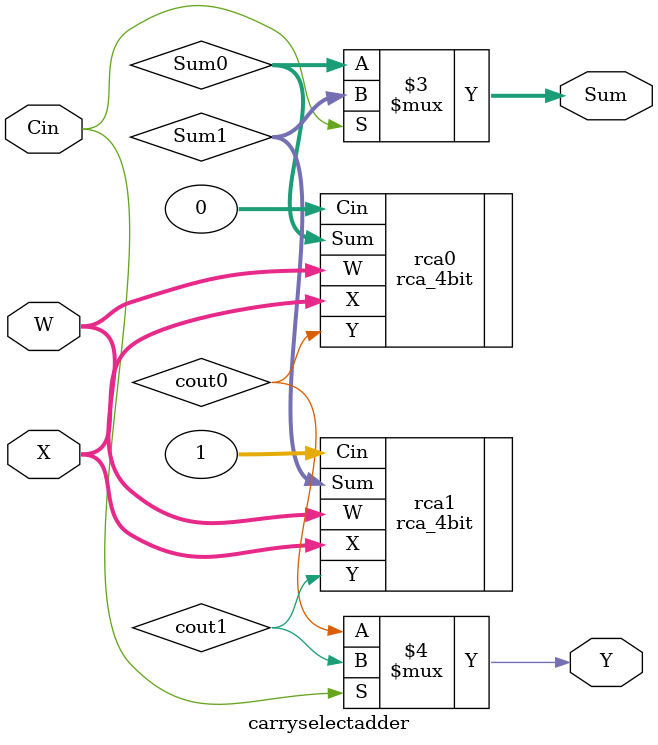
<source format=v>
`timescale 1ns / 1ps
module carryselectadder(input [3:0]W,
input [3:0]X,input Cin, output [3:0]Sum,output Y);
wire [3:0]Sum0,Sum1;
wire Cout0,Cout1,c1;
rca_4bit rca0(.Cin(0),.W(W),.X(X),.Sum(Sum0),.Y(cout0)); 
rca_4bit rca1(.Cin(1),.W(W),.X(X),.Sum(Sum1),.Y(cout1));
assign Sum=(Cin)?Sum1:Sum0;
assign Y = (Cin)?cout1:cout0;
endmodule

</source>
